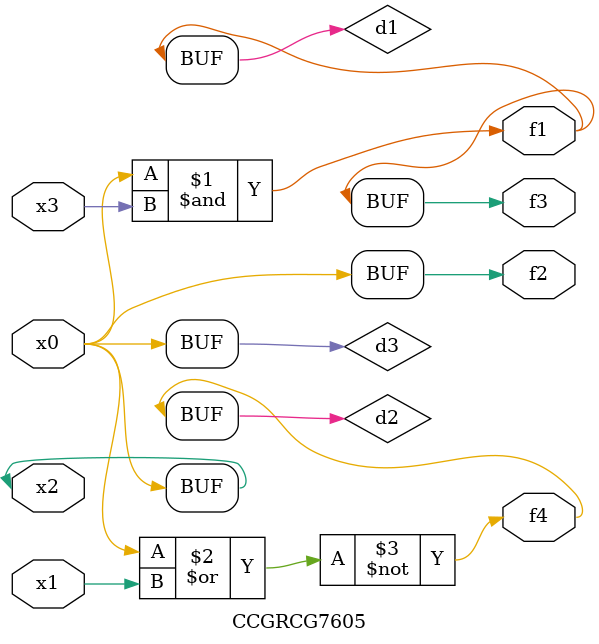
<source format=v>
module CCGRCG7605(
	input x0, x1, x2, x3,
	output f1, f2, f3, f4
);

	wire d1, d2, d3;

	and (d1, x2, x3);
	nor (d2, x0, x1);
	buf (d3, x0, x2);
	assign f1 = d1;
	assign f2 = d3;
	assign f3 = d1;
	assign f4 = d2;
endmodule

</source>
